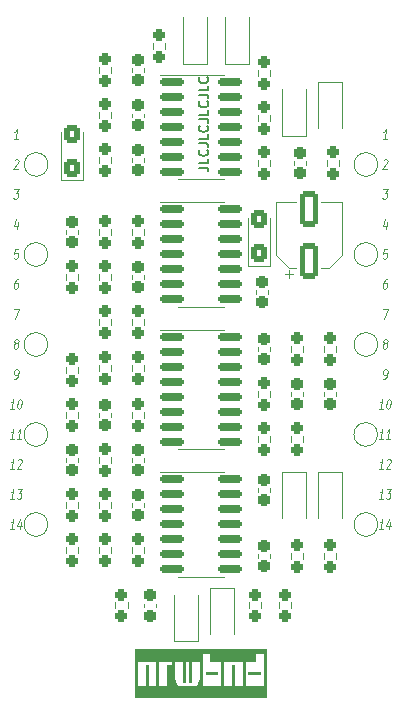
<source format=gbr>
%TF.GenerationSoftware,KiCad,Pcbnew,(6.0.9-0)*%
%TF.CreationDate,2024-06-20T10:35:51+02:00*%
%TF.ProjectId,filter-board,66696c74-6572-42d6-926f-6172642e6b69,rev?*%
%TF.SameCoordinates,Original*%
%TF.FileFunction,Legend,Top*%
%TF.FilePolarity,Positive*%
%FSLAX46Y46*%
G04 Gerber Fmt 4.6, Leading zero omitted, Abs format (unit mm)*
G04 Created by KiCad (PCBNEW (6.0.9-0)) date 2024-06-20 10:35:51*
%MOMM*%
%LPD*%
G01*
G04 APERTURE LIST*
G04 Aperture macros list*
%AMRoundRect*
0 Rectangle with rounded corners*
0 $1 Rounding radius*
0 $2 $3 $4 $5 $6 $7 $8 $9 X,Y pos of 4 corners*
0 Add a 4 corners polygon primitive as box body*
4,1,4,$2,$3,$4,$5,$6,$7,$8,$9,$2,$3,0*
0 Add four circle primitives for the rounded corners*
1,1,$1+$1,$2,$3*
1,1,$1+$1,$4,$5*
1,1,$1+$1,$6,$7*
1,1,$1+$1,$8,$9*
0 Add four rect primitives between the rounded corners*
20,1,$1+$1,$2,$3,$4,$5,0*
20,1,$1+$1,$4,$5,$6,$7,0*
20,1,$1+$1,$6,$7,$8,$9,0*
20,1,$1+$1,$8,$9,$2,$3,0*%
G04 Aperture macros list end*
%ADD10C,0.120000*%
%ADD11C,0.100000*%
%ADD12C,0.150000*%
%ADD13RoundRect,0.150000X-0.825000X-0.150000X0.825000X-0.150000X0.825000X0.150000X-0.825000X0.150000X0*%
%ADD14RoundRect,0.237500X-0.237500X0.250000X-0.237500X-0.250000X0.237500X-0.250000X0.237500X0.250000X0*%
%ADD15RoundRect,0.250000X0.550000X-1.250000X0.550000X1.250000X-0.550000X1.250000X-0.550000X-1.250000X0*%
%ADD16RoundRect,0.237500X-0.237500X0.300000X-0.237500X-0.300000X0.237500X-0.300000X0.237500X0.300000X0*%
%ADD17RoundRect,0.237500X0.237500X-0.250000X0.237500X0.250000X-0.237500X0.250000X-0.237500X-0.250000X0*%
%ADD18R,1.200000X0.900000*%
%ADD19RoundRect,0.250000X0.425000X-0.537500X0.425000X0.537500X-0.425000X0.537500X-0.425000X-0.537500X0*%
%ADD20RoundRect,0.237500X0.237500X-0.300000X0.237500X0.300000X-0.237500X0.300000X-0.237500X-0.300000X0*%
%ADD21C,3.200000*%
%ADD22C,5.500000*%
%ADD23R,1.700000X1.700000*%
%ADD24O,1.700000X1.700000*%
G04 APERTURE END LIST*
D10*
X51800000Y-60960000D02*
G75*
G03*
X51800000Y-60960000I-1000000J0D01*
G01*
X51816000Y-53340000D02*
G75*
G03*
X51816000Y-53340000I-1000000J0D01*
G01*
X51800000Y-76200000D02*
G75*
G03*
X51800000Y-76200000I-1000000J0D01*
G01*
X79740000Y-68580000D02*
G75*
G03*
X79740000Y-68580000I-1000000J0D01*
G01*
X79740000Y-53340000D02*
G75*
G03*
X79740000Y-53340000I-1000000J0D01*
G01*
X79740000Y-60960000D02*
G75*
G03*
X79740000Y-60960000I-1000000J0D01*
G01*
X51800000Y-83820000D02*
G75*
G03*
X51800000Y-83820000I-1000000J0D01*
G01*
X79740000Y-83820000D02*
G75*
G03*
X79740000Y-83820000I-1000000J0D01*
G01*
X79720551Y-76200000D02*
G75*
G03*
X79720551Y-76200000I-1000000J0D01*
G01*
X51800000Y-68580000D02*
G75*
G03*
X51800000Y-68580000I-1000000J0D01*
G01*
X48958976Y-71481904D02*
X49073261Y-71481904D01*
X49135166Y-71443809D01*
X49168500Y-71405714D01*
X49239928Y-71291428D01*
X49287547Y-71139047D01*
X49325642Y-70834285D01*
X49306595Y-70758095D01*
X49282785Y-70720000D01*
X49230404Y-70681904D01*
X49116119Y-70681904D01*
X49054214Y-70720000D01*
X49020880Y-70758095D01*
X48982785Y-70834285D01*
X48958976Y-71024761D01*
X48978023Y-71100952D01*
X49001833Y-71139047D01*
X49054214Y-71177142D01*
X49168500Y-71177142D01*
X49230404Y-71139047D01*
X49263738Y-71100952D01*
X49301833Y-71024761D01*
D11*
X48958976Y-74021904D02*
X48616119Y-74021904D01*
X48787547Y-74021904D02*
X48887547Y-73221904D01*
X48816119Y-73336190D01*
X48749452Y-73412380D01*
X48687547Y-73450476D01*
X49430404Y-73221904D02*
X49487547Y-73221904D01*
X49539928Y-73260000D01*
X49563738Y-73298095D01*
X49582785Y-73374285D01*
X49592309Y-73526666D01*
X49568500Y-73717142D01*
X49520880Y-73869523D01*
X49482785Y-73945714D01*
X49449452Y-73983809D01*
X49387547Y-74021904D01*
X49330404Y-74021904D01*
X49278023Y-73983809D01*
X49254214Y-73945714D01*
X49235166Y-73869523D01*
X49225642Y-73717142D01*
X49249452Y-73526666D01*
X49297071Y-73374285D01*
X49335166Y-73298095D01*
X49368500Y-73260000D01*
X49430404Y-73221904D01*
D10*
X49316119Y-60521904D02*
X49030404Y-60521904D01*
X48954214Y-60902857D01*
X48987547Y-60864761D01*
X49049452Y-60826666D01*
X49192309Y-60826666D01*
X49244690Y-60864761D01*
X49268500Y-60902857D01*
X49287547Y-60979047D01*
X49263738Y-61169523D01*
X49225642Y-61245714D01*
X49192309Y-61283809D01*
X49130404Y-61321904D01*
X48987547Y-61321904D01*
X48935166Y-61283809D01*
X48911357Y-61245714D01*
X49073261Y-68484761D02*
X49020880Y-68446666D01*
X48997071Y-68408571D01*
X48978023Y-68332380D01*
X48982785Y-68294285D01*
X49020880Y-68218095D01*
X49054214Y-68180000D01*
X49116119Y-68141904D01*
X49230404Y-68141904D01*
X49282785Y-68180000D01*
X49306595Y-68218095D01*
X49325642Y-68294285D01*
X49320880Y-68332380D01*
X49282785Y-68408571D01*
X49249452Y-68446666D01*
X49187547Y-68484761D01*
X49073261Y-68484761D01*
X49011357Y-68522857D01*
X48978023Y-68560952D01*
X48939928Y-68637142D01*
X48920880Y-68789523D01*
X48939928Y-68865714D01*
X48963738Y-68903809D01*
X49016119Y-68941904D01*
X49130404Y-68941904D01*
X49192309Y-68903809D01*
X49225642Y-68865714D01*
X49263738Y-68789523D01*
X49282785Y-68637142D01*
X49263738Y-68560952D01*
X49239928Y-68522857D01*
X49187547Y-68484761D01*
D11*
X80200976Y-76561904D02*
X79858119Y-76561904D01*
X80029547Y-76561904D02*
X80129547Y-75761904D01*
X80058119Y-75876190D01*
X79991452Y-75952380D01*
X79929547Y-75990476D01*
X80772404Y-76561904D02*
X80429547Y-76561904D01*
X80600976Y-76561904D02*
X80700976Y-75761904D01*
X80629547Y-75876190D01*
X80562880Y-75952380D01*
X80500976Y-75990476D01*
D10*
X49244690Y-51161904D02*
X48901833Y-51161904D01*
X49073261Y-51161904D02*
X49173261Y-50361904D01*
X49101833Y-50476190D01*
X49035166Y-50552380D01*
X48973261Y-50590476D01*
D11*
X48958976Y-76561904D02*
X48616119Y-76561904D01*
X48787547Y-76561904D02*
X48887547Y-75761904D01*
X48816119Y-75876190D01*
X48749452Y-75952380D01*
X48687547Y-75990476D01*
X49530404Y-76561904D02*
X49187547Y-76561904D01*
X49358976Y-76561904D02*
X49458976Y-75761904D01*
X49387547Y-75876190D01*
X49320880Y-75952380D01*
X49258976Y-75990476D01*
D10*
X49254214Y-58248571D02*
X49187547Y-58781904D01*
X49149452Y-57943809D02*
X48935166Y-58515238D01*
X49306595Y-58515238D01*
X80486690Y-51161904D02*
X80143833Y-51161904D01*
X80315261Y-51161904D02*
X80415261Y-50361904D01*
X80343833Y-50476190D01*
X80277166Y-50552380D01*
X80215261Y-50590476D01*
X48973261Y-65601904D02*
X49373261Y-65601904D01*
X49016119Y-66401904D01*
X80496214Y-58248571D02*
X80429547Y-58781904D01*
X80391452Y-57943809D02*
X80177166Y-58515238D01*
X80548595Y-58515238D01*
D11*
X80200976Y-79101904D02*
X79858119Y-79101904D01*
X80029547Y-79101904D02*
X80129547Y-78301904D01*
X80058119Y-78416190D01*
X79991452Y-78492380D01*
X79929547Y-78530476D01*
X80520023Y-78378095D02*
X80553357Y-78340000D01*
X80615261Y-78301904D01*
X80758119Y-78301904D01*
X80810500Y-78340000D01*
X80834309Y-78378095D01*
X80853357Y-78454285D01*
X80843833Y-78530476D01*
X80800976Y-78644761D01*
X80400976Y-79101904D01*
X80772404Y-79101904D01*
X80200976Y-81641904D02*
X79858119Y-81641904D01*
X80029547Y-81641904D02*
X80129547Y-80841904D01*
X80058119Y-80956190D01*
X79991452Y-81032380D01*
X79929547Y-81070476D01*
X80500976Y-80841904D02*
X80872404Y-80841904D01*
X80634309Y-81146666D01*
X80720023Y-81146666D01*
X80772404Y-81184761D01*
X80796214Y-81222857D01*
X80815261Y-81299047D01*
X80791452Y-81489523D01*
X80753357Y-81565714D01*
X80720023Y-81603809D01*
X80658119Y-81641904D01*
X80486690Y-81641904D01*
X80434309Y-81603809D01*
X80410500Y-81565714D01*
D10*
X80200976Y-71481904D02*
X80315261Y-71481904D01*
X80377166Y-71443809D01*
X80410500Y-71405714D01*
X80481928Y-71291428D01*
X80529547Y-71139047D01*
X80567642Y-70834285D01*
X80548595Y-70758095D01*
X80524785Y-70720000D01*
X80472404Y-70681904D01*
X80358119Y-70681904D01*
X80296214Y-70720000D01*
X80262880Y-70758095D01*
X80224785Y-70834285D01*
X80200976Y-71024761D01*
X80220023Y-71100952D01*
X80243833Y-71139047D01*
X80296214Y-71177142D01*
X80410500Y-71177142D01*
X80472404Y-71139047D01*
X80505738Y-71100952D01*
X80543833Y-71024761D01*
X80215261Y-65601904D02*
X80615261Y-65601904D01*
X80258119Y-66401904D01*
X80215261Y-55441904D02*
X80586690Y-55441904D01*
X80348595Y-55746666D01*
X80434309Y-55746666D01*
X80486690Y-55784761D01*
X80510500Y-55822857D01*
X80529547Y-55899047D01*
X80505738Y-56089523D01*
X80467642Y-56165714D01*
X80434309Y-56203809D01*
X80372404Y-56241904D01*
X80200976Y-56241904D01*
X80148595Y-56203809D01*
X80124785Y-56165714D01*
X48973261Y-55441904D02*
X49344690Y-55441904D01*
X49106595Y-55746666D01*
X49192309Y-55746666D01*
X49244690Y-55784761D01*
X49268500Y-55822857D01*
X49287547Y-55899047D01*
X49263738Y-56089523D01*
X49225642Y-56165714D01*
X49192309Y-56203809D01*
X49130404Y-56241904D01*
X48958976Y-56241904D01*
X48906595Y-56203809D01*
X48882785Y-56165714D01*
D11*
X48958976Y-81641904D02*
X48616119Y-81641904D01*
X48787547Y-81641904D02*
X48887547Y-80841904D01*
X48816119Y-80956190D01*
X48749452Y-81032380D01*
X48687547Y-81070476D01*
X49258976Y-80841904D02*
X49630404Y-80841904D01*
X49392309Y-81146666D01*
X49478023Y-81146666D01*
X49530404Y-81184761D01*
X49554214Y-81222857D01*
X49573261Y-81299047D01*
X49549452Y-81489523D01*
X49511357Y-81565714D01*
X49478023Y-81603809D01*
X49416119Y-81641904D01*
X49244690Y-81641904D01*
X49192309Y-81603809D01*
X49168500Y-81565714D01*
X80200976Y-84181904D02*
X79858119Y-84181904D01*
X80029547Y-84181904D02*
X80129547Y-83381904D01*
X80058119Y-83496190D01*
X79991452Y-83572380D01*
X79929547Y-83610476D01*
X80781928Y-83648571D02*
X80715261Y-84181904D01*
X80677166Y-83343809D02*
X80462880Y-83915238D01*
X80834309Y-83915238D01*
D10*
X80234309Y-52978095D02*
X80267642Y-52940000D01*
X80329547Y-52901904D01*
X80472404Y-52901904D01*
X80524785Y-52940000D01*
X80548595Y-52978095D01*
X80567642Y-53054285D01*
X80558119Y-53130476D01*
X80515261Y-53244761D01*
X80115261Y-53701904D01*
X80486690Y-53701904D01*
X48992309Y-52978095D02*
X49025642Y-52940000D01*
X49087547Y-52901904D01*
X49230404Y-52901904D01*
X49282785Y-52940000D01*
X49306595Y-52978095D01*
X49325642Y-53054285D01*
X49316119Y-53130476D01*
X49273261Y-53244761D01*
X48873261Y-53701904D01*
X49244690Y-53701904D01*
X80315261Y-68484761D02*
X80262880Y-68446666D01*
X80239071Y-68408571D01*
X80220023Y-68332380D01*
X80224785Y-68294285D01*
X80262880Y-68218095D01*
X80296214Y-68180000D01*
X80358119Y-68141904D01*
X80472404Y-68141904D01*
X80524785Y-68180000D01*
X80548595Y-68218095D01*
X80567642Y-68294285D01*
X80562880Y-68332380D01*
X80524785Y-68408571D01*
X80491452Y-68446666D01*
X80429547Y-68484761D01*
X80315261Y-68484761D01*
X80253357Y-68522857D01*
X80220023Y-68560952D01*
X80181928Y-68637142D01*
X80162880Y-68789523D01*
X80181928Y-68865714D01*
X80205738Y-68903809D01*
X80258119Y-68941904D01*
X80372404Y-68941904D01*
X80434309Y-68903809D01*
X80467642Y-68865714D01*
X80505738Y-68789523D01*
X80524785Y-68637142D01*
X80505738Y-68560952D01*
X80481928Y-68522857D01*
X80429547Y-68484761D01*
D12*
X64585904Y-53606238D02*
X65157333Y-53606238D01*
X65271619Y-53644333D01*
X65347809Y-53720523D01*
X65385904Y-53834809D01*
X65385904Y-53911000D01*
X65385904Y-52844333D02*
X65385904Y-53225285D01*
X64585904Y-53225285D01*
X65309714Y-52120523D02*
X65347809Y-52158619D01*
X65385904Y-52272904D01*
X65385904Y-52349095D01*
X65347809Y-52463380D01*
X65271619Y-52539571D01*
X65195428Y-52577666D01*
X65043047Y-52615761D01*
X64928761Y-52615761D01*
X64776380Y-52577666D01*
X64700190Y-52539571D01*
X64624000Y-52463380D01*
X64585904Y-52349095D01*
X64585904Y-52272904D01*
X64624000Y-52158619D01*
X64662095Y-52120523D01*
X64585904Y-51549095D02*
X65157333Y-51549095D01*
X65271619Y-51587190D01*
X65347809Y-51663380D01*
X65385904Y-51777666D01*
X65385904Y-51853857D01*
X65385904Y-50787190D02*
X65385904Y-51168142D01*
X64585904Y-51168142D01*
X65309714Y-50063380D02*
X65347809Y-50101476D01*
X65385904Y-50215761D01*
X65385904Y-50291952D01*
X65347809Y-50406238D01*
X65271619Y-50482428D01*
X65195428Y-50520523D01*
X65043047Y-50558619D01*
X64928761Y-50558619D01*
X64776380Y-50520523D01*
X64700190Y-50482428D01*
X64624000Y-50406238D01*
X64585904Y-50291952D01*
X64585904Y-50215761D01*
X64624000Y-50101476D01*
X64662095Y-50063380D01*
X64585904Y-49491952D02*
X65157333Y-49491952D01*
X65271619Y-49530047D01*
X65347809Y-49606238D01*
X65385904Y-49720523D01*
X65385904Y-49796714D01*
X65385904Y-48730047D02*
X65385904Y-49111000D01*
X64585904Y-49111000D01*
X65309714Y-48006238D02*
X65347809Y-48044333D01*
X65385904Y-48158619D01*
X65385904Y-48234809D01*
X65347809Y-48349095D01*
X65271619Y-48425285D01*
X65195428Y-48463380D01*
X65043047Y-48501476D01*
X64928761Y-48501476D01*
X64776380Y-48463380D01*
X64700190Y-48425285D01*
X64624000Y-48349095D01*
X64585904Y-48234809D01*
X64585904Y-48158619D01*
X64624000Y-48044333D01*
X64662095Y-48006238D01*
X64585904Y-47434809D02*
X65157333Y-47434809D01*
X65271619Y-47472904D01*
X65347809Y-47549095D01*
X65385904Y-47663380D01*
X65385904Y-47739571D01*
X65385904Y-46672904D02*
X65385904Y-47053857D01*
X64585904Y-47053857D01*
X65309714Y-45949095D02*
X65347809Y-45987190D01*
X65385904Y-46101476D01*
X65385904Y-46177666D01*
X65347809Y-46291952D01*
X65271619Y-46368142D01*
X65195428Y-46406238D01*
X65043047Y-46444333D01*
X64928761Y-46444333D01*
X64776380Y-46406238D01*
X64700190Y-46368142D01*
X64624000Y-46291952D01*
X64585904Y-46177666D01*
X64585904Y-46101476D01*
X64624000Y-45987190D01*
X64662095Y-45949095D01*
D11*
X80200976Y-74021904D02*
X79858119Y-74021904D01*
X80029547Y-74021904D02*
X80129547Y-73221904D01*
X80058119Y-73336190D01*
X79991452Y-73412380D01*
X79929547Y-73450476D01*
X80672404Y-73221904D02*
X80729547Y-73221904D01*
X80781928Y-73260000D01*
X80805738Y-73298095D01*
X80824785Y-73374285D01*
X80834309Y-73526666D01*
X80810500Y-73717142D01*
X80762880Y-73869523D01*
X80724785Y-73945714D01*
X80691452Y-73983809D01*
X80629547Y-74021904D01*
X80572404Y-74021904D01*
X80520023Y-73983809D01*
X80496214Y-73945714D01*
X80477166Y-73869523D01*
X80467642Y-73717142D01*
X80491452Y-73526666D01*
X80539071Y-73374285D01*
X80577166Y-73298095D01*
X80610500Y-73260000D01*
X80672404Y-73221904D01*
X48958976Y-84181904D02*
X48616119Y-84181904D01*
X48787547Y-84181904D02*
X48887547Y-83381904D01*
X48816119Y-83496190D01*
X48749452Y-83572380D01*
X48687547Y-83610476D01*
X49539928Y-83648571D02*
X49473261Y-84181904D01*
X49435166Y-83343809D02*
X49220880Y-83915238D01*
X49592309Y-83915238D01*
D10*
X80558119Y-60521904D02*
X80272404Y-60521904D01*
X80196214Y-60902857D01*
X80229547Y-60864761D01*
X80291452Y-60826666D01*
X80434309Y-60826666D01*
X80486690Y-60864761D01*
X80510500Y-60902857D01*
X80529547Y-60979047D01*
X80505738Y-61169523D01*
X80467642Y-61245714D01*
X80434309Y-61283809D01*
X80372404Y-61321904D01*
X80229547Y-61321904D01*
X80177166Y-61283809D01*
X80153357Y-61245714D01*
X80529547Y-63061904D02*
X80415261Y-63061904D01*
X80353357Y-63100000D01*
X80320023Y-63138095D01*
X80248595Y-63252380D01*
X80200976Y-63404761D01*
X80162880Y-63709523D01*
X80181928Y-63785714D01*
X80205738Y-63823809D01*
X80258119Y-63861904D01*
X80372404Y-63861904D01*
X80434309Y-63823809D01*
X80467642Y-63785714D01*
X80505738Y-63709523D01*
X80529547Y-63519047D01*
X80510500Y-63442857D01*
X80486690Y-63404761D01*
X80434309Y-63366666D01*
X80320023Y-63366666D01*
X80258119Y-63404761D01*
X80224785Y-63442857D01*
X80186690Y-63519047D01*
X49287547Y-63061904D02*
X49173261Y-63061904D01*
X49111357Y-63100000D01*
X49078023Y-63138095D01*
X49006595Y-63252380D01*
X48958976Y-63404761D01*
X48920880Y-63709523D01*
X48939928Y-63785714D01*
X48963738Y-63823809D01*
X49016119Y-63861904D01*
X49130404Y-63861904D01*
X49192309Y-63823809D01*
X49225642Y-63785714D01*
X49263738Y-63709523D01*
X49287547Y-63519047D01*
X49268500Y-63442857D01*
X49244690Y-63404761D01*
X49192309Y-63366666D01*
X49078023Y-63366666D01*
X49016119Y-63404761D01*
X48982785Y-63442857D01*
X48944690Y-63519047D01*
D11*
X48958976Y-79101904D02*
X48616119Y-79101904D01*
X48787547Y-79101904D02*
X48887547Y-78301904D01*
X48816119Y-78416190D01*
X48749452Y-78492380D01*
X48687547Y-78530476D01*
X49278023Y-78378095D02*
X49311357Y-78340000D01*
X49373261Y-78301904D01*
X49516119Y-78301904D01*
X49568500Y-78340000D01*
X49592309Y-78378095D01*
X49611357Y-78454285D01*
X49601833Y-78530476D01*
X49558976Y-78644761D01*
X49158976Y-79101904D01*
X49530404Y-79101904D01*
D10*
%TO.C,U1*%
X64770000Y-65395000D02*
X66720000Y-65395000D01*
X64770000Y-56525000D02*
X66720000Y-56525000D01*
X64770000Y-56525000D02*
X61320000Y-56525000D01*
X64770000Y-65395000D02*
X62820000Y-65395000D01*
%TO.C,R15*%
X53325500Y-85724276D02*
X53325500Y-86233724D01*
X54370500Y-85724276D02*
X54370500Y-86233724D01*
%TO.C,C9*%
X72218437Y-62069000D02*
X72854000Y-62069000D01*
X76674000Y-56549000D02*
X74974000Y-56549000D01*
X71154000Y-56549000D02*
X72854000Y-56549000D01*
X72229000Y-62934000D02*
X72229000Y-62309000D01*
X75609563Y-62069000D02*
X76674000Y-61004563D01*
X76674000Y-61004563D02*
X76674000Y-56549000D01*
X71916500Y-62621500D02*
X72541500Y-62621500D01*
X71154000Y-61004563D02*
X71154000Y-56549000D01*
X75609563Y-62069000D02*
X74974000Y-62069000D01*
X72218437Y-62069000D02*
X71154000Y-61004563D01*
%TO.C,C16*%
X72388000Y-72624733D02*
X72388000Y-72917267D01*
X73408000Y-72624733D02*
X73408000Y-72917267D01*
%TO.C,C14*%
X76202000Y-72624733D02*
X76202000Y-72917267D01*
X75182000Y-72624733D02*
X75182000Y-72917267D01*
%TO.C,R6*%
X59958500Y-59309724D02*
X59958500Y-58800276D01*
X58913500Y-59309724D02*
X58913500Y-58800276D01*
%TO.C,R3*%
X56119500Y-59309724D02*
X56119500Y-58800276D01*
X57164500Y-59309724D02*
X57164500Y-58800276D01*
%TO.C,R31*%
X69864500Y-90423276D02*
X69864500Y-90932724D01*
X68819500Y-90423276D02*
X68819500Y-90932724D01*
%TO.C,C11*%
X56132000Y-74402733D02*
X56132000Y-74695267D01*
X57152000Y-74402733D02*
X57152000Y-74695267D01*
%TO.C,R21*%
X72404500Y-90423276D02*
X72404500Y-90932724D01*
X71359500Y-90423276D02*
X71359500Y-90932724D01*
%TO.C,D8*%
X74692000Y-79411000D02*
X74692000Y-83311000D01*
X76692000Y-79411000D02*
X74692000Y-79411000D01*
X76692000Y-79411000D02*
X76692000Y-83311000D01*
%TO.C,R19*%
X57164500Y-85724276D02*
X57164500Y-86233724D01*
X56119500Y-85724276D02*
X56119500Y-86233724D01*
%TO.C,C3*%
X54783000Y-54682000D02*
X54783000Y-50597000D01*
X52913000Y-50597000D02*
X52913000Y-54682000D01*
X52913000Y-54682000D02*
X54783000Y-54682000D01*
%TO.C,C15*%
X70614000Y-81045267D02*
X70614000Y-80752733D01*
X69594000Y-81045267D02*
X69594000Y-80752733D01*
%TO.C,R10*%
X70626500Y-49657724D02*
X70626500Y-49148276D01*
X69581500Y-49657724D02*
X69581500Y-49148276D01*
%TO.C,D3*%
X65262000Y-44795000D02*
X65262000Y-40895000D01*
X63262000Y-44795000D02*
X63262000Y-40895000D01*
X63262000Y-44795000D02*
X65262000Y-44795000D01*
%TO.C,C1*%
X54358000Y-58908733D02*
X54358000Y-59201267D01*
X53338000Y-58908733D02*
X53338000Y-59201267D01*
%TO.C,R8*%
X57164500Y-52704276D02*
X57164500Y-53213724D01*
X56119500Y-52704276D02*
X56119500Y-53213724D01*
%TO.C,U2*%
X64770000Y-54600000D02*
X66720000Y-54600000D01*
X64770000Y-45730000D02*
X66720000Y-45730000D01*
X64770000Y-45730000D02*
X61320000Y-45730000D01*
X64770000Y-54600000D02*
X62820000Y-54600000D01*
%TO.C,C8*%
X58926000Y-49029233D02*
X58926000Y-49321767D01*
X59946000Y-49029233D02*
X59946000Y-49321767D01*
%TO.C,R14*%
X58913500Y-66929724D02*
X58913500Y-66420276D01*
X59958500Y-66929724D02*
X59958500Y-66420276D01*
%TO.C,R11*%
X70626500Y-45338276D02*
X70626500Y-45847724D01*
X69581500Y-45338276D02*
X69581500Y-45847724D01*
%TO.C,D5*%
X67548000Y-89190000D02*
X67548000Y-93090000D01*
X67548000Y-89190000D02*
X65548000Y-89190000D01*
X65548000Y-89190000D02*
X65548000Y-93090000D01*
%TO.C,R35*%
X73420500Y-76326276D02*
X73420500Y-76835724D01*
X72375500Y-76326276D02*
X72375500Y-76835724D01*
%TO.C,R33*%
X70626500Y-76835724D02*
X70626500Y-76326276D01*
X69581500Y-76835724D02*
X69581500Y-76326276D01*
%TO.C,C4*%
X70658000Y-61921000D02*
X70658000Y-57836000D01*
X68788000Y-57836000D02*
X68788000Y-61921000D01*
X68788000Y-61921000D02*
X70658000Y-61921000D01*
%TO.C,R20*%
X58913500Y-86233724D02*
X58913500Y-85724276D01*
X59958500Y-86233724D02*
X59958500Y-85724276D01*
%TO.C,D4*%
X71644000Y-50891000D02*
X71644000Y-46991000D01*
X71644000Y-50891000D02*
X73644000Y-50891000D01*
X73644000Y-50891000D02*
X73644000Y-46991000D01*
%TO.C,D1*%
X66818000Y-44795000D02*
X68818000Y-44795000D01*
X66818000Y-44795000D02*
X66818000Y-40895000D01*
X68818000Y-44795000D02*
X68818000Y-40895000D01*
%TO.C,R24*%
X57164500Y-70333776D02*
X57164500Y-70843224D01*
X56119500Y-70333776D02*
X56119500Y-70843224D01*
%TO.C,R4*%
X75423500Y-53467724D02*
X75423500Y-52958276D01*
X76468500Y-53467724D02*
X76468500Y-52958276D01*
%TO.C,D6*%
X62500000Y-93690000D02*
X64500000Y-93690000D01*
X64500000Y-93690000D02*
X64500000Y-89790000D01*
X62500000Y-93690000D02*
X62500000Y-89790000D01*
%TO.C,kibuzzard-666D7707*%
G36*
X62355412Y-94405450D02*
G01*
X64914462Y-94405450D01*
X64914462Y-98532950D01*
X62355412Y-98532950D01*
X62355412Y-96923225D01*
X62603062Y-96923225D01*
X62809437Y-97501075D01*
X64460437Y-97501075D01*
X64666812Y-96923225D01*
X64666812Y-95437325D01*
X64006412Y-95437325D01*
X64006412Y-97253425D01*
X63758762Y-97253425D01*
X63758762Y-95437325D01*
X63511112Y-95437325D01*
X63511112Y-97253425D01*
X63263462Y-97253425D01*
X63263462Y-95437325D01*
X62603062Y-95437325D01*
X62603062Y-96923225D01*
X62355412Y-96923225D01*
X62355412Y-94405450D01*
G37*
G36*
X66482913Y-94405450D02*
G01*
X68546663Y-94405450D01*
X68546663Y-98532950D01*
X66482913Y-98532950D01*
X66482913Y-97501075D01*
X66730563Y-97501075D01*
X67390963Y-97501075D01*
X67390963Y-95684975D01*
X67638613Y-95684975D01*
X67638613Y-97501075D01*
X68299013Y-97501075D01*
X68299013Y-95437325D01*
X66730563Y-95437325D01*
X66730563Y-97501075D01*
X66482913Y-97501075D01*
X66482913Y-94405450D01*
G37*
G36*
X66235263Y-96593025D02*
G01*
X65162113Y-96593025D01*
X65162113Y-96345375D01*
X66235263Y-96345375D01*
X66235263Y-96593025D01*
G37*
G36*
X60993337Y-94405450D02*
G01*
X62603062Y-94405450D01*
X62603062Y-98532950D01*
X60993337Y-98532950D01*
X60993337Y-97501075D01*
X61240987Y-97501075D01*
X61901387Y-97501075D01*
X61901387Y-95684975D01*
X62355412Y-95684975D01*
X62355412Y-95437325D01*
X61240987Y-95437325D01*
X61240987Y-97501075D01*
X60993337Y-97501075D01*
X60993337Y-94405450D01*
G37*
G36*
X69867463Y-96593025D02*
G01*
X68794313Y-96593025D01*
X68794313Y-96345375D01*
X69867463Y-96345375D01*
X69867463Y-96593025D01*
G37*
G36*
X64666812Y-94405450D02*
G01*
X66730563Y-94405450D01*
X66730563Y-98532950D01*
X64666812Y-98532950D01*
X64666812Y-97501075D01*
X64914462Y-97501075D01*
X66482913Y-97501075D01*
X66482913Y-95437325D01*
X65574863Y-95437325D01*
X65574863Y-94818200D01*
X64914462Y-94818200D01*
X64914462Y-97501075D01*
X64666812Y-97501075D01*
X64666812Y-94405450D01*
G37*
G36*
X68299013Y-94405450D02*
G01*
X70362763Y-94405450D01*
X70362763Y-98532950D01*
X68299013Y-98532950D01*
X68299013Y-97501075D01*
X68546663Y-97501075D01*
X70115113Y-97501075D01*
X70115113Y-94818200D01*
X69454713Y-94818200D01*
X69454713Y-95437325D01*
X68546663Y-95437325D01*
X68546663Y-97501075D01*
X68299013Y-97501075D01*
X68299013Y-94405450D01*
G37*
G36*
X59177237Y-94405450D02*
G01*
X61240987Y-94405450D01*
X61240987Y-98532950D01*
X59177237Y-98532950D01*
X59177237Y-97501075D01*
X59424887Y-97501075D01*
X60085287Y-97501075D01*
X60085287Y-95684975D01*
X60332937Y-95684975D01*
X60332937Y-97501075D01*
X60993337Y-97501075D01*
X60993337Y-95437325D01*
X59424887Y-95437325D01*
X59424887Y-97501075D01*
X59177237Y-97501075D01*
X59177237Y-94405450D01*
G37*
%TO.C,C6*%
X59946000Y-45485267D02*
X59946000Y-45192733D01*
X58926000Y-45485267D02*
X58926000Y-45192733D01*
%TO.C,C10*%
X59942000Y-90824267D02*
X59942000Y-90531733D01*
X60962000Y-90824267D02*
X60962000Y-90531733D01*
%TO.C,R25*%
X53325500Y-74294276D02*
X53325500Y-74803724D01*
X54370500Y-74294276D02*
X54370500Y-74803724D01*
%TO.C,R26*%
X76214500Y-69215724D02*
X76214500Y-68706276D01*
X75169500Y-69215724D02*
X75169500Y-68706276D01*
%TO.C,C2*%
X72642000Y-53359267D02*
X72642000Y-53066733D01*
X73662000Y-53359267D02*
X73662000Y-53066733D01*
%TO.C,R13*%
X54370500Y-70993724D02*
X54370500Y-70484276D01*
X53325500Y-70993724D02*
X53325500Y-70484276D01*
%TO.C,R9*%
X60691500Y-43561724D02*
X60691500Y-43052276D01*
X61736500Y-43561724D02*
X61736500Y-43052276D01*
%TO.C,R18*%
X57164500Y-66420276D02*
X57164500Y-66929724D01*
X56119500Y-66420276D02*
X56119500Y-66929724D01*
%TO.C,R23*%
X58913500Y-74803724D02*
X58913500Y-74294276D01*
X59958500Y-74803724D02*
X59958500Y-74294276D01*
%TO.C,R7*%
X57164500Y-45593724D02*
X57164500Y-45084276D01*
X56119500Y-45593724D02*
X56119500Y-45084276D01*
%TO.C,C20*%
X70614000Y-68814733D02*
X70614000Y-69107267D01*
X69594000Y-68814733D02*
X69594000Y-69107267D01*
%TO.C,C5*%
X59946000Y-62718733D02*
X59946000Y-63011267D01*
X58926000Y-62718733D02*
X58926000Y-63011267D01*
%TO.C,D2*%
X76692000Y-46391000D02*
X74692000Y-46391000D01*
X76692000Y-46391000D02*
X76692000Y-50291000D01*
X74692000Y-46391000D02*
X74692000Y-50291000D01*
%TO.C,R16*%
X53325500Y-81914276D02*
X53325500Y-82423724D01*
X54370500Y-81914276D02*
X54370500Y-82423724D01*
%TO.C,R1*%
X56119500Y-62610276D02*
X56119500Y-63119724D01*
X57164500Y-62610276D02*
X57164500Y-63119724D01*
%TO.C,R2*%
X53325500Y-63119724D02*
X53325500Y-62610276D01*
X54370500Y-63119724D02*
X54370500Y-62610276D01*
%TO.C,R34*%
X69581500Y-73025724D02*
X69581500Y-72516276D01*
X70626500Y-73025724D02*
X70626500Y-72516276D01*
%TO.C,R12*%
X70626500Y-53467724D02*
X70626500Y-52958276D01*
X69581500Y-53467724D02*
X69581500Y-52958276D01*
%TO.C,C19*%
X59946000Y-82315267D02*
X59946000Y-82022733D01*
X58926000Y-82315267D02*
X58926000Y-82022733D01*
%TO.C,U3*%
X64770000Y-79385000D02*
X61320000Y-79385000D01*
X64770000Y-88255000D02*
X66720000Y-88255000D01*
X64770000Y-88255000D02*
X62820000Y-88255000D01*
X64770000Y-79385000D02*
X66720000Y-79385000D01*
%TO.C,C18*%
X70614000Y-86340733D02*
X70614000Y-86633267D01*
X69594000Y-86340733D02*
X69594000Y-86633267D01*
%TO.C,R17*%
X57164500Y-81914276D02*
X57164500Y-82423724D01*
X56119500Y-81914276D02*
X56119500Y-82423724D01*
%TO.C,D7*%
X73644000Y-79411000D02*
X73644000Y-83311000D01*
X71644000Y-79411000D02*
X71644000Y-83311000D01*
X73644000Y-79411000D02*
X71644000Y-79411000D01*
%TO.C,R32*%
X57164500Y-78613724D02*
X57164500Y-78104276D01*
X56119500Y-78613724D02*
X56119500Y-78104276D01*
%TO.C,R28*%
X57516500Y-90423276D02*
X57516500Y-90932724D01*
X58561500Y-90423276D02*
X58561500Y-90932724D01*
%TO.C,C13*%
X70487000Y-63988733D02*
X70487000Y-64281267D01*
X69467000Y-63988733D02*
X69467000Y-64281267D01*
%TO.C,R22*%
X59958500Y-70843224D02*
X59958500Y-70333776D01*
X58913500Y-70843224D02*
X58913500Y-70333776D01*
%TO.C,R27*%
X73420500Y-68706276D02*
X73420500Y-69215724D01*
X72375500Y-68706276D02*
X72375500Y-69215724D01*
%TO.C,U4*%
X64770000Y-67330000D02*
X66720000Y-67330000D01*
X64770000Y-67330000D02*
X61320000Y-67330000D01*
X64770000Y-77450000D02*
X66720000Y-77450000D01*
X64770000Y-77450000D02*
X62820000Y-77450000D01*
%TO.C,R5*%
X56119500Y-49403724D02*
X56119500Y-48894276D01*
X57164500Y-49403724D02*
X57164500Y-48894276D01*
%TO.C,R29*%
X76214500Y-86741724D02*
X76214500Y-86232276D01*
X75169500Y-86741724D02*
X75169500Y-86232276D01*
%TO.C,C17*%
X58926000Y-78212733D02*
X58926000Y-78505267D01*
X59946000Y-78212733D02*
X59946000Y-78505267D01*
%TO.C,C12*%
X54358000Y-78212733D02*
X54358000Y-78505267D01*
X53338000Y-78212733D02*
X53338000Y-78505267D01*
%TO.C,R30*%
X72375500Y-86232276D02*
X72375500Y-86741724D01*
X73420500Y-86232276D02*
X73420500Y-86741724D01*
%TO.C,C7*%
X58926000Y-52812733D02*
X58926000Y-53105267D01*
X59946000Y-52812733D02*
X59946000Y-53105267D01*
%TD*%
%LPC*%
D13*
%TO.C,U1*%
X62295000Y-57150000D03*
X62295000Y-58420000D03*
X62295000Y-59690000D03*
X62295000Y-60960000D03*
X62295000Y-62230000D03*
X62295000Y-63500000D03*
X62295000Y-64770000D03*
X67245000Y-64770000D03*
X67245000Y-63500000D03*
X67245000Y-62230000D03*
X67245000Y-60960000D03*
X67245000Y-59690000D03*
X67245000Y-58420000D03*
X67245000Y-57150000D03*
%TD*%
D14*
%TO.C,R15*%
X53848000Y-85066500D03*
X53848000Y-86891500D03*
%TD*%
D15*
%TO.C,C9*%
X73914000Y-61509000D03*
X73914000Y-57109000D03*
%TD*%
D16*
%TO.C,C16*%
X72898000Y-71908500D03*
X72898000Y-73633500D03*
%TD*%
%TO.C,C14*%
X75692000Y-71908500D03*
X75692000Y-73633500D03*
%TD*%
D17*
%TO.C,R6*%
X59436000Y-59967500D03*
X59436000Y-58142500D03*
%TD*%
%TO.C,R3*%
X56642000Y-59967500D03*
X56642000Y-58142500D03*
%TD*%
D14*
%TO.C,R31*%
X69342000Y-89765500D03*
X69342000Y-91590500D03*
%TD*%
D16*
%TO.C,C11*%
X56642000Y-73686500D03*
X56642000Y-75411500D03*
%TD*%
D14*
%TO.C,R21*%
X71882000Y-89765500D03*
X71882000Y-91590500D03*
%TD*%
D18*
%TO.C,D8*%
X75692000Y-80011000D03*
X75692000Y-83311000D03*
%TD*%
D14*
%TO.C,R19*%
X56642000Y-85066500D03*
X56642000Y-86891500D03*
%TD*%
D19*
%TO.C,C3*%
X53848000Y-53634500D03*
X53848000Y-50759500D03*
%TD*%
D20*
%TO.C,C15*%
X70104000Y-81761500D03*
X70104000Y-80036500D03*
%TD*%
D17*
%TO.C,R10*%
X70104000Y-50315500D03*
X70104000Y-48490500D03*
%TD*%
D18*
%TO.C,D3*%
X64262000Y-44195000D03*
X64262000Y-40895000D03*
%TD*%
D16*
%TO.C,C1*%
X53848000Y-58192500D03*
X53848000Y-59917500D03*
%TD*%
D14*
%TO.C,R8*%
X56642000Y-52046500D03*
X56642000Y-53871500D03*
%TD*%
D13*
%TO.C,U2*%
X62295000Y-46355000D03*
X62295000Y-47625000D03*
X62295000Y-48895000D03*
X62295000Y-50165000D03*
X62295000Y-51435000D03*
X62295000Y-52705000D03*
X62295000Y-53975000D03*
X67245000Y-53975000D03*
X67245000Y-52705000D03*
X67245000Y-51435000D03*
X67245000Y-50165000D03*
X67245000Y-48895000D03*
X67245000Y-47625000D03*
X67245000Y-46355000D03*
%TD*%
D16*
%TO.C,C8*%
X59436000Y-48313000D03*
X59436000Y-50038000D03*
%TD*%
D17*
%TO.C,R14*%
X59436000Y-67587500D03*
X59436000Y-65762500D03*
%TD*%
D14*
%TO.C,R11*%
X70104000Y-44680500D03*
X70104000Y-46505500D03*
%TD*%
D18*
%TO.C,D5*%
X66548000Y-89790000D03*
X66548000Y-93090000D03*
%TD*%
D14*
%TO.C,R35*%
X72898000Y-75668500D03*
X72898000Y-77493500D03*
%TD*%
D17*
%TO.C,R33*%
X70104000Y-77493500D03*
X70104000Y-75668500D03*
%TD*%
D19*
%TO.C,C4*%
X69723000Y-60873500D03*
X69723000Y-57998500D03*
%TD*%
D17*
%TO.C,R20*%
X59436000Y-86891500D03*
X59436000Y-85066500D03*
%TD*%
D18*
%TO.C,D4*%
X72644000Y-50291000D03*
X72644000Y-46991000D03*
%TD*%
%TO.C,D1*%
X67818000Y-44195000D03*
X67818000Y-40895000D03*
%TD*%
D21*
%TO.C,H2*%
X53340000Y-40640000D03*
%TD*%
D14*
%TO.C,R24*%
X56642000Y-69676000D03*
X56642000Y-71501000D03*
%TD*%
D17*
%TO.C,R4*%
X75946000Y-54125500D03*
X75946000Y-52300500D03*
%TD*%
D18*
%TO.C,D6*%
X63500000Y-93090000D03*
X63500000Y-89790000D03*
%TD*%
D20*
%TO.C,C6*%
X59436000Y-46201500D03*
X59436000Y-44476500D03*
%TD*%
%TO.C,C10*%
X60452000Y-91540500D03*
X60452000Y-89815500D03*
%TD*%
D14*
%TO.C,R25*%
X53848000Y-73636500D03*
X53848000Y-75461500D03*
%TD*%
D17*
%TO.C,R26*%
X75692000Y-69873500D03*
X75692000Y-68048500D03*
%TD*%
D20*
%TO.C,C2*%
X73152000Y-54075500D03*
X73152000Y-52350500D03*
%TD*%
D17*
%TO.C,R13*%
X53848000Y-71651500D03*
X53848000Y-69826500D03*
%TD*%
%TO.C,R9*%
X61214000Y-44219500D03*
X61214000Y-42394500D03*
%TD*%
D14*
%TO.C,R18*%
X56642000Y-65762500D03*
X56642000Y-67587500D03*
%TD*%
D17*
%TO.C,R23*%
X59436000Y-75461500D03*
X59436000Y-73636500D03*
%TD*%
%TO.C,R7*%
X56642000Y-46251500D03*
X56642000Y-44426500D03*
%TD*%
D16*
%TO.C,C20*%
X70104000Y-68098500D03*
X70104000Y-69823500D03*
%TD*%
%TO.C,C5*%
X59436000Y-62002500D03*
X59436000Y-63727500D03*
%TD*%
D18*
%TO.C,D2*%
X75692000Y-46991000D03*
X75692000Y-50291000D03*
%TD*%
D14*
%TO.C,R16*%
X53848000Y-81256500D03*
X53848000Y-83081500D03*
%TD*%
%TO.C,R1*%
X56642000Y-61952500D03*
X56642000Y-63777500D03*
%TD*%
D17*
%TO.C,R2*%
X53848000Y-63777500D03*
X53848000Y-61952500D03*
%TD*%
%TO.C,R34*%
X70104000Y-73683500D03*
X70104000Y-71858500D03*
%TD*%
%TO.C,R12*%
X70104000Y-54125500D03*
X70104000Y-52300500D03*
%TD*%
D20*
%TO.C,C19*%
X59436000Y-83031500D03*
X59436000Y-81306500D03*
%TD*%
D22*
%TO.C,H3*%
X76200000Y-93980000D03*
%TD*%
D13*
%TO.C,U3*%
X62295000Y-80010000D03*
X62295000Y-81280000D03*
X62295000Y-82550000D03*
X62295000Y-83820000D03*
X62295000Y-85090000D03*
X62295000Y-86360000D03*
X62295000Y-87630000D03*
X67245000Y-87630000D03*
X67245000Y-86360000D03*
X67245000Y-85090000D03*
X67245000Y-83820000D03*
X67245000Y-82550000D03*
X67245000Y-81280000D03*
X67245000Y-80010000D03*
%TD*%
D16*
%TO.C,C18*%
X70104000Y-85624500D03*
X70104000Y-87349500D03*
%TD*%
D14*
%TO.C,R17*%
X56642000Y-81256500D03*
X56642000Y-83081500D03*
%TD*%
D21*
%TO.C,H4*%
X76200000Y-40640000D03*
%TD*%
D18*
%TO.C,D7*%
X72644000Y-80011000D03*
X72644000Y-83311000D03*
%TD*%
D17*
%TO.C,R32*%
X56642000Y-79271500D03*
X56642000Y-77446500D03*
%TD*%
D14*
%TO.C,R28*%
X58039000Y-89765500D03*
X58039000Y-91590500D03*
%TD*%
D16*
%TO.C,C13*%
X69977000Y-63272500D03*
X69977000Y-64997500D03*
%TD*%
D17*
%TO.C,R22*%
X59436000Y-71501000D03*
X59436000Y-69676000D03*
%TD*%
D14*
%TO.C,R27*%
X72898000Y-68048500D03*
X72898000Y-69873500D03*
%TD*%
D13*
%TO.C,U4*%
X62295000Y-67945000D03*
X62295000Y-69215000D03*
X62295000Y-70485000D03*
X62295000Y-71755000D03*
X62295000Y-73025000D03*
X62295000Y-74295000D03*
X62295000Y-75565000D03*
X62295000Y-76835000D03*
X67245000Y-76835000D03*
X67245000Y-75565000D03*
X67245000Y-74295000D03*
X67245000Y-73025000D03*
X67245000Y-71755000D03*
X67245000Y-70485000D03*
X67245000Y-69215000D03*
X67245000Y-67945000D03*
%TD*%
D17*
%TO.C,R5*%
X56642000Y-50061500D03*
X56642000Y-48236500D03*
%TD*%
%TO.C,R29*%
X75692000Y-87399500D03*
X75692000Y-85574500D03*
%TD*%
D16*
%TO.C,C17*%
X59436000Y-77496500D03*
X59436000Y-79221500D03*
%TD*%
%TO.C,C12*%
X53848000Y-77496500D03*
X53848000Y-79221500D03*
%TD*%
D14*
%TO.C,R30*%
X72898000Y-85574500D03*
X72898000Y-87399500D03*
%TD*%
D16*
%TO.C,C7*%
X59436000Y-52096500D03*
X59436000Y-53821500D03*
%TD*%
D22*
%TO.C,H1*%
X53340000Y-93980000D03*
%TD*%
D23*
%TO.C,J1*%
X50800000Y-50800000D03*
D24*
X50800000Y-53340000D03*
X50800000Y-55880000D03*
X50800000Y-58420000D03*
X50800000Y-60960000D03*
X50800000Y-63500000D03*
X50800000Y-66040000D03*
X50800000Y-68580000D03*
X50800000Y-71120000D03*
X50800000Y-73660000D03*
X50800000Y-76200000D03*
X50800000Y-78740000D03*
X50800000Y-81280000D03*
X50800000Y-83820000D03*
%TD*%
D23*
%TO.C,J2*%
X78740000Y-50800000D03*
D24*
X78740000Y-53340000D03*
X78740000Y-55880000D03*
X78740000Y-58420000D03*
X78740000Y-60960000D03*
X78740000Y-63500000D03*
X78740000Y-66040000D03*
X78740000Y-68580000D03*
X78740000Y-71120000D03*
X78740000Y-73660000D03*
X78740000Y-76200000D03*
X78740000Y-78740000D03*
X78740000Y-81280000D03*
X78740000Y-83820000D03*
%TD*%
M02*

</source>
